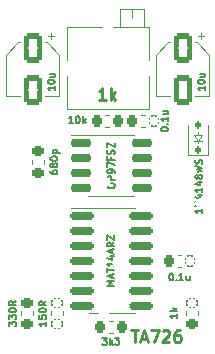
<source format=gbr>
%TF.GenerationSoftware,KiCad,Pcbnew,(7.0.0-rc2-224-g3ecd6ec186)*%
%TF.CreationDate,2023-02-20T11:58:51+01:00*%
%TF.ProjectId,TA726,54413732-362e-46b6-9963-61645f706362,rev?*%
%TF.SameCoordinates,Original*%
%TF.FileFunction,Legend,Top*%
%TF.FilePolarity,Positive*%
%FSLAX46Y46*%
G04 Gerber Fmt 4.6, Leading zero omitted, Abs format (unit mm)*
G04 Created by KiCad (PCBNEW (7.0.0-rc2-224-g3ecd6ec186)) date 2023-02-20 11:58:51*
%MOMM*%
%LPD*%
G01*
G04 APERTURE LIST*
G04 Aperture macros list*
%AMRoundRect*
0 Rectangle with rounded corners*
0 $1 Rounding radius*
0 $2 $3 $4 $5 $6 $7 $8 $9 X,Y pos of 4 corners*
0 Add a 4 corners polygon primitive as box body*
4,1,4,$2,$3,$4,$5,$6,$7,$8,$9,$2,$3,0*
0 Add four circle primitives for the rounded corners*
1,1,$1+$1,$2,$3*
1,1,$1+$1,$4,$5*
1,1,$1+$1,$6,$7*
1,1,$1+$1,$8,$9*
0 Add four rect primitives between the rounded corners*
20,1,$1+$1,$2,$3,$4,$5,0*
20,1,$1+$1,$4,$5,$6,$7,0*
20,1,$1+$1,$6,$7,$8,$9,0*
20,1,$1+$1,$8,$9,$2,$3,0*%
G04 Aperture macros list end*
%ADD10C,0.250000*%
%ADD11C,0.150000*%
%ADD12C,0.120000*%
%ADD13C,0.100000*%
%ADD14RoundRect,0.218750X-0.256250X0.218750X-0.256250X-0.218750X0.256250X-0.218750X0.256250X0.218750X0*%
%ADD15C,1.440000*%
%ADD16RoundRect,0.250000X-0.550000X1.050000X-0.550000X-1.050000X0.550000X-1.050000X0.550000X1.050000X0*%
%ADD17RoundRect,0.218750X0.256250X-0.218750X0.256250X0.218750X-0.256250X0.218750X-0.256250X-0.218750X0*%
%ADD18RoundRect,0.218750X-0.218750X-0.256250X0.218750X-0.256250X0.218750X0.256250X-0.218750X0.256250X0*%
%ADD19RoundRect,0.218750X0.218750X0.256250X-0.218750X0.256250X-0.218750X-0.256250X0.218750X-0.256250X0*%
%ADD20RoundRect,0.150000X-0.725000X-0.150000X0.725000X-0.150000X0.725000X0.150000X-0.725000X0.150000X0*%
%ADD21RoundRect,0.150000X-0.825000X-0.150000X0.825000X-0.150000X0.825000X0.150000X-0.825000X0.150000X0*%
%ADD22RoundRect,0.112500X0.112500X-0.187500X0.112500X0.187500X-0.112500X0.187500X-0.112500X-0.187500X0*%
%ADD23C,0.800000*%
G04 APERTURE END LIST*
D10*
X213307143Y-104082380D02*
X213878571Y-104082380D01*
X213592857Y-105082380D02*
X213592857Y-104082380D01*
X214164286Y-104796666D02*
X214640476Y-104796666D01*
X214069048Y-105082380D02*
X214402381Y-104082380D01*
X214402381Y-104082380D02*
X214735714Y-105082380D01*
X214973810Y-104082380D02*
X215640476Y-104082380D01*
X215640476Y-104082380D02*
X215211905Y-105082380D01*
X215973810Y-104177619D02*
X216021429Y-104130000D01*
X216021429Y-104130000D02*
X216116667Y-104082380D01*
X216116667Y-104082380D02*
X216354762Y-104082380D01*
X216354762Y-104082380D02*
X216450000Y-104130000D01*
X216450000Y-104130000D02*
X216497619Y-104177619D01*
X216497619Y-104177619D02*
X216545238Y-104272857D01*
X216545238Y-104272857D02*
X216545238Y-104368095D01*
X216545238Y-104368095D02*
X216497619Y-104510952D01*
X216497619Y-104510952D02*
X215926191Y-105082380D01*
X215926191Y-105082380D02*
X216545238Y-105082380D01*
X217402381Y-104082380D02*
X217211905Y-104082380D01*
X217211905Y-104082380D02*
X217116667Y-104130000D01*
X217116667Y-104130000D02*
X217069048Y-104177619D01*
X217069048Y-104177619D02*
X216973810Y-104320476D01*
X216973810Y-104320476D02*
X216926191Y-104510952D01*
X216926191Y-104510952D02*
X216926191Y-104891904D01*
X216926191Y-104891904D02*
X216973810Y-104987142D01*
X216973810Y-104987142D02*
X217021429Y-105034761D01*
X217021429Y-105034761D02*
X217116667Y-105082380D01*
X217116667Y-105082380D02*
X217307143Y-105082380D01*
X217307143Y-105082380D02*
X217402381Y-105034761D01*
X217402381Y-105034761D02*
X217450000Y-104987142D01*
X217450000Y-104987142D02*
X217497619Y-104891904D01*
X217497619Y-104891904D02*
X217497619Y-104653809D01*
X217497619Y-104653809D02*
X217450000Y-104558571D01*
X217450000Y-104558571D02*
X217402381Y-104510952D01*
X217402381Y-104510952D02*
X217307143Y-104463333D01*
X217307143Y-104463333D02*
X217116667Y-104463333D01*
X217116667Y-104463333D02*
X217021429Y-104510952D01*
X217021429Y-104510952D02*
X216973810Y-104558571D01*
X216973810Y-104558571D02*
X216926191Y-104653809D01*
D11*
%TO.C,R2*%
X202947428Y-103712828D02*
X202947428Y-103341400D01*
X202947428Y-103341400D02*
X203176000Y-103541400D01*
X203176000Y-103541400D02*
X203176000Y-103455685D01*
X203176000Y-103455685D02*
X203204571Y-103398543D01*
X203204571Y-103398543D02*
X203233142Y-103369971D01*
X203233142Y-103369971D02*
X203290285Y-103341400D01*
X203290285Y-103341400D02*
X203433142Y-103341400D01*
X203433142Y-103341400D02*
X203490285Y-103369971D01*
X203490285Y-103369971D02*
X203518857Y-103398543D01*
X203518857Y-103398543D02*
X203547428Y-103455685D01*
X203547428Y-103455685D02*
X203547428Y-103627114D01*
X203547428Y-103627114D02*
X203518857Y-103684257D01*
X203518857Y-103684257D02*
X203490285Y-103712828D01*
X202947428Y-103141399D02*
X202947428Y-102769971D01*
X202947428Y-102769971D02*
X203176000Y-102969971D01*
X203176000Y-102969971D02*
X203176000Y-102884256D01*
X203176000Y-102884256D02*
X203204571Y-102827114D01*
X203204571Y-102827114D02*
X203233142Y-102798542D01*
X203233142Y-102798542D02*
X203290285Y-102769971D01*
X203290285Y-102769971D02*
X203433142Y-102769971D01*
X203433142Y-102769971D02*
X203490285Y-102798542D01*
X203490285Y-102798542D02*
X203518857Y-102827114D01*
X203518857Y-102827114D02*
X203547428Y-102884256D01*
X203547428Y-102884256D02*
X203547428Y-103055685D01*
X203547428Y-103055685D02*
X203518857Y-103112828D01*
X203518857Y-103112828D02*
X203490285Y-103141399D01*
X202947428Y-102398542D02*
X202947428Y-102341399D01*
X202947428Y-102341399D02*
X202976000Y-102284256D01*
X202976000Y-102284256D02*
X203004571Y-102255685D01*
X203004571Y-102255685D02*
X203061714Y-102227113D01*
X203061714Y-102227113D02*
X203176000Y-102198542D01*
X203176000Y-102198542D02*
X203318857Y-102198542D01*
X203318857Y-102198542D02*
X203433142Y-102227113D01*
X203433142Y-102227113D02*
X203490285Y-102255685D01*
X203490285Y-102255685D02*
X203518857Y-102284256D01*
X203518857Y-102284256D02*
X203547428Y-102341399D01*
X203547428Y-102341399D02*
X203547428Y-102398542D01*
X203547428Y-102398542D02*
X203518857Y-102455685D01*
X203518857Y-102455685D02*
X203490285Y-102484256D01*
X203490285Y-102484256D02*
X203433142Y-102512827D01*
X203433142Y-102512827D02*
X203318857Y-102541399D01*
X203318857Y-102541399D02*
X203176000Y-102541399D01*
X203176000Y-102541399D02*
X203061714Y-102512827D01*
X203061714Y-102512827D02*
X203004571Y-102484256D01*
X203004571Y-102484256D02*
X202976000Y-102455685D01*
X202976000Y-102455685D02*
X202947428Y-102398542D01*
X203547428Y-101598541D02*
X203261714Y-101798541D01*
X203547428Y-101941398D02*
X202947428Y-101941398D01*
X202947428Y-101941398D02*
X202947428Y-101712827D01*
X202947428Y-101712827D02*
X202976000Y-101655684D01*
X202976000Y-101655684D02*
X203004571Y-101627113D01*
X203004571Y-101627113D02*
X203061714Y-101598541D01*
X203061714Y-101598541D02*
X203147428Y-101598541D01*
X203147428Y-101598541D02*
X203204571Y-101627113D01*
X203204571Y-101627113D02*
X203233142Y-101655684D01*
X203233142Y-101655684D02*
X203261714Y-101712827D01*
X203261714Y-101712827D02*
X203261714Y-101941398D01*
%TO.C,R5*%
X217205028Y-102712828D02*
X217205028Y-103055685D01*
X217205028Y-102884256D02*
X216605028Y-102884256D01*
X216605028Y-102884256D02*
X216690742Y-102941399D01*
X216690742Y-102941399D02*
X216747885Y-102998542D01*
X216747885Y-102998542D02*
X216776457Y-103055685D01*
X217205028Y-102455684D02*
X216605028Y-102455684D01*
X216976457Y-102398542D02*
X217205028Y-102227113D01*
X216805028Y-102227113D02*
X217033600Y-102455684D01*
D10*
%TO.C,RV1*%
X211130952Y-84567380D02*
X210559524Y-84567380D01*
X210845238Y-84567380D02*
X210845238Y-83567380D01*
X210845238Y-83567380D02*
X210750000Y-83710238D01*
X210750000Y-83710238D02*
X210654762Y-83805476D01*
X210654762Y-83805476D02*
X210559524Y-83853095D01*
X211559524Y-84567380D02*
X211559524Y-83567380D01*
X211654762Y-84186428D02*
X211940476Y-84567380D01*
X211940476Y-83900714D02*
X211559524Y-84281666D01*
D11*
%TO.C,C13*%
X219520428Y-83435714D02*
X219520428Y-83778571D01*
X219520428Y-83607142D02*
X218920428Y-83607142D01*
X218920428Y-83607142D02*
X219006142Y-83664285D01*
X219006142Y-83664285D02*
X219063285Y-83721428D01*
X219063285Y-83721428D02*
X219091857Y-83778571D01*
X218920428Y-83064285D02*
X218920428Y-83007142D01*
X218920428Y-83007142D02*
X218949000Y-82949999D01*
X218949000Y-82949999D02*
X218977571Y-82921428D01*
X218977571Y-82921428D02*
X219034714Y-82892856D01*
X219034714Y-82892856D02*
X219149000Y-82864285D01*
X219149000Y-82864285D02*
X219291857Y-82864285D01*
X219291857Y-82864285D02*
X219406142Y-82892856D01*
X219406142Y-82892856D02*
X219463285Y-82921428D01*
X219463285Y-82921428D02*
X219491857Y-82949999D01*
X219491857Y-82949999D02*
X219520428Y-83007142D01*
X219520428Y-83007142D02*
X219520428Y-83064285D01*
X219520428Y-83064285D02*
X219491857Y-83121428D01*
X219491857Y-83121428D02*
X219463285Y-83149999D01*
X219463285Y-83149999D02*
X219406142Y-83178570D01*
X219406142Y-83178570D02*
X219291857Y-83207142D01*
X219291857Y-83207142D02*
X219149000Y-83207142D01*
X219149000Y-83207142D02*
X219034714Y-83178570D01*
X219034714Y-83178570D02*
X218977571Y-83149999D01*
X218977571Y-83149999D02*
X218949000Y-83121428D01*
X218949000Y-83121428D02*
X218920428Y-83064285D01*
X219120428Y-82349999D02*
X219520428Y-82349999D01*
X219120428Y-82607141D02*
X219434714Y-82607141D01*
X219434714Y-82607141D02*
X219491857Y-82578570D01*
X219491857Y-82578570D02*
X219520428Y-82521427D01*
X219520428Y-82521427D02*
X219520428Y-82435713D01*
X219520428Y-82435713D02*
X219491857Y-82378570D01*
X219491857Y-82378570D02*
X219463285Y-82349999D01*
%TO.C,C1*%
X206460228Y-90568372D02*
X206460228Y-90682657D01*
X206460228Y-90682657D02*
X206488800Y-90739800D01*
X206488800Y-90739800D02*
X206517371Y-90768372D01*
X206517371Y-90768372D02*
X206603085Y-90825514D01*
X206603085Y-90825514D02*
X206717371Y-90854086D01*
X206717371Y-90854086D02*
X206945942Y-90854086D01*
X206945942Y-90854086D02*
X207003085Y-90825514D01*
X207003085Y-90825514D02*
X207031657Y-90796943D01*
X207031657Y-90796943D02*
X207060228Y-90739800D01*
X207060228Y-90739800D02*
X207060228Y-90625514D01*
X207060228Y-90625514D02*
X207031657Y-90568372D01*
X207031657Y-90568372D02*
X207003085Y-90539800D01*
X207003085Y-90539800D02*
X206945942Y-90511229D01*
X206945942Y-90511229D02*
X206803085Y-90511229D01*
X206803085Y-90511229D02*
X206745942Y-90539800D01*
X206745942Y-90539800D02*
X206717371Y-90568372D01*
X206717371Y-90568372D02*
X206688800Y-90625514D01*
X206688800Y-90625514D02*
X206688800Y-90739800D01*
X206688800Y-90739800D02*
X206717371Y-90796943D01*
X206717371Y-90796943D02*
X206745942Y-90825514D01*
X206745942Y-90825514D02*
X206803085Y-90854086D01*
X206717371Y-90168371D02*
X206688800Y-90225514D01*
X206688800Y-90225514D02*
X206660228Y-90254085D01*
X206660228Y-90254085D02*
X206603085Y-90282657D01*
X206603085Y-90282657D02*
X206574514Y-90282657D01*
X206574514Y-90282657D02*
X206517371Y-90254085D01*
X206517371Y-90254085D02*
X206488800Y-90225514D01*
X206488800Y-90225514D02*
X206460228Y-90168371D01*
X206460228Y-90168371D02*
X206460228Y-90054085D01*
X206460228Y-90054085D02*
X206488800Y-89996943D01*
X206488800Y-89996943D02*
X206517371Y-89968371D01*
X206517371Y-89968371D02*
X206574514Y-89939800D01*
X206574514Y-89939800D02*
X206603085Y-89939800D01*
X206603085Y-89939800D02*
X206660228Y-89968371D01*
X206660228Y-89968371D02*
X206688800Y-89996943D01*
X206688800Y-89996943D02*
X206717371Y-90054085D01*
X206717371Y-90054085D02*
X206717371Y-90168371D01*
X206717371Y-90168371D02*
X206745942Y-90225514D01*
X206745942Y-90225514D02*
X206774514Y-90254085D01*
X206774514Y-90254085D02*
X206831657Y-90282657D01*
X206831657Y-90282657D02*
X206945942Y-90282657D01*
X206945942Y-90282657D02*
X207003085Y-90254085D01*
X207003085Y-90254085D02*
X207031657Y-90225514D01*
X207031657Y-90225514D02*
X207060228Y-90168371D01*
X207060228Y-90168371D02*
X207060228Y-90054085D01*
X207060228Y-90054085D02*
X207031657Y-89996943D01*
X207031657Y-89996943D02*
X207003085Y-89968371D01*
X207003085Y-89968371D02*
X206945942Y-89939800D01*
X206945942Y-89939800D02*
X206831657Y-89939800D01*
X206831657Y-89939800D02*
X206774514Y-89968371D01*
X206774514Y-89968371D02*
X206745942Y-89996943D01*
X206745942Y-89996943D02*
X206717371Y-90054085D01*
X206460228Y-89568371D02*
X206460228Y-89511228D01*
X206460228Y-89511228D02*
X206488800Y-89454085D01*
X206488800Y-89454085D02*
X206517371Y-89425514D01*
X206517371Y-89425514D02*
X206574514Y-89396942D01*
X206574514Y-89396942D02*
X206688800Y-89368371D01*
X206688800Y-89368371D02*
X206831657Y-89368371D01*
X206831657Y-89368371D02*
X206945942Y-89396942D01*
X206945942Y-89396942D02*
X207003085Y-89425514D01*
X207003085Y-89425514D02*
X207031657Y-89454085D01*
X207031657Y-89454085D02*
X207060228Y-89511228D01*
X207060228Y-89511228D02*
X207060228Y-89568371D01*
X207060228Y-89568371D02*
X207031657Y-89625514D01*
X207031657Y-89625514D02*
X207003085Y-89654085D01*
X207003085Y-89654085D02*
X206945942Y-89682656D01*
X206945942Y-89682656D02*
X206831657Y-89711228D01*
X206831657Y-89711228D02*
X206688800Y-89711228D01*
X206688800Y-89711228D02*
X206574514Y-89682656D01*
X206574514Y-89682656D02*
X206517371Y-89654085D01*
X206517371Y-89654085D02*
X206488800Y-89625514D01*
X206488800Y-89625514D02*
X206460228Y-89568371D01*
X206660228Y-89111227D02*
X207260228Y-89111227D01*
X206688800Y-89111227D02*
X206660228Y-89054085D01*
X206660228Y-89054085D02*
X206660228Y-88939799D01*
X206660228Y-88939799D02*
X206688800Y-88882656D01*
X206688800Y-88882656D02*
X206717371Y-88854085D01*
X206717371Y-88854085D02*
X206774514Y-88825513D01*
X206774514Y-88825513D02*
X206945942Y-88825513D01*
X206945942Y-88825513D02*
X207003085Y-88854085D01*
X207003085Y-88854085D02*
X207031657Y-88882656D01*
X207031657Y-88882656D02*
X207060228Y-88939799D01*
X207060228Y-88939799D02*
X207060228Y-89054085D01*
X207060228Y-89054085D02*
X207031657Y-89111227D01*
%TO.C,C2*%
X216671428Y-99250428D02*
X216728571Y-99250428D01*
X216728571Y-99250428D02*
X216785714Y-99279000D01*
X216785714Y-99279000D02*
X216814286Y-99307571D01*
X216814286Y-99307571D02*
X216842857Y-99364714D01*
X216842857Y-99364714D02*
X216871428Y-99479000D01*
X216871428Y-99479000D02*
X216871428Y-99621857D01*
X216871428Y-99621857D02*
X216842857Y-99736142D01*
X216842857Y-99736142D02*
X216814286Y-99793285D01*
X216814286Y-99793285D02*
X216785714Y-99821857D01*
X216785714Y-99821857D02*
X216728571Y-99850428D01*
X216728571Y-99850428D02*
X216671428Y-99850428D01*
X216671428Y-99850428D02*
X216614286Y-99821857D01*
X216614286Y-99821857D02*
X216585714Y-99793285D01*
X216585714Y-99793285D02*
X216557143Y-99736142D01*
X216557143Y-99736142D02*
X216528571Y-99621857D01*
X216528571Y-99621857D02*
X216528571Y-99479000D01*
X216528571Y-99479000D02*
X216557143Y-99364714D01*
X216557143Y-99364714D02*
X216585714Y-99307571D01*
X216585714Y-99307571D02*
X216614286Y-99279000D01*
X216614286Y-99279000D02*
X216671428Y-99250428D01*
X217128572Y-99793285D02*
X217157143Y-99821857D01*
X217157143Y-99821857D02*
X217128572Y-99850428D01*
X217128572Y-99850428D02*
X217100000Y-99821857D01*
X217100000Y-99821857D02*
X217128572Y-99793285D01*
X217128572Y-99793285D02*
X217128572Y-99850428D01*
X217728571Y-99850428D02*
X217385714Y-99850428D01*
X217557143Y-99850428D02*
X217557143Y-99250428D01*
X217557143Y-99250428D02*
X217500000Y-99336142D01*
X217500000Y-99336142D02*
X217442857Y-99393285D01*
X217442857Y-99393285D02*
X217385714Y-99421857D01*
X218242858Y-99450428D02*
X218242858Y-99850428D01*
X217985715Y-99450428D02*
X217985715Y-99764714D01*
X217985715Y-99764714D02*
X218014286Y-99821857D01*
X218014286Y-99821857D02*
X218071429Y-99850428D01*
X218071429Y-99850428D02*
X218157143Y-99850428D01*
X218157143Y-99850428D02*
X218214286Y-99821857D01*
X218214286Y-99821857D02*
X218242858Y-99793285D01*
%TO.C,C12*%
X206820428Y-83435714D02*
X206820428Y-83778571D01*
X206820428Y-83607142D02*
X206220428Y-83607142D01*
X206220428Y-83607142D02*
X206306142Y-83664285D01*
X206306142Y-83664285D02*
X206363285Y-83721428D01*
X206363285Y-83721428D02*
X206391857Y-83778571D01*
X206220428Y-83064285D02*
X206220428Y-83007142D01*
X206220428Y-83007142D02*
X206249000Y-82949999D01*
X206249000Y-82949999D02*
X206277571Y-82921428D01*
X206277571Y-82921428D02*
X206334714Y-82892856D01*
X206334714Y-82892856D02*
X206449000Y-82864285D01*
X206449000Y-82864285D02*
X206591857Y-82864285D01*
X206591857Y-82864285D02*
X206706142Y-82892856D01*
X206706142Y-82892856D02*
X206763285Y-82921428D01*
X206763285Y-82921428D02*
X206791857Y-82949999D01*
X206791857Y-82949999D02*
X206820428Y-83007142D01*
X206820428Y-83007142D02*
X206820428Y-83064285D01*
X206820428Y-83064285D02*
X206791857Y-83121428D01*
X206791857Y-83121428D02*
X206763285Y-83149999D01*
X206763285Y-83149999D02*
X206706142Y-83178570D01*
X206706142Y-83178570D02*
X206591857Y-83207142D01*
X206591857Y-83207142D02*
X206449000Y-83207142D01*
X206449000Y-83207142D02*
X206334714Y-83178570D01*
X206334714Y-83178570D02*
X206277571Y-83149999D01*
X206277571Y-83149999D02*
X206249000Y-83121428D01*
X206249000Y-83121428D02*
X206220428Y-83064285D01*
X206420428Y-82349999D02*
X206820428Y-82349999D01*
X206420428Y-82607141D02*
X206734714Y-82607141D01*
X206734714Y-82607141D02*
X206791857Y-82578570D01*
X206791857Y-82578570D02*
X206820428Y-82521427D01*
X206820428Y-82521427D02*
X206820428Y-82435713D01*
X206820428Y-82435713D02*
X206791857Y-82378570D01*
X206791857Y-82378570D02*
X206763285Y-82349999D01*
%TO.C,R4*%
X210871428Y-104703028D02*
X211242856Y-104703028D01*
X211242856Y-104703028D02*
X211042856Y-104931600D01*
X211042856Y-104931600D02*
X211128571Y-104931600D01*
X211128571Y-104931600D02*
X211185714Y-104960171D01*
X211185714Y-104960171D02*
X211214285Y-104988742D01*
X211214285Y-104988742D02*
X211242856Y-105045885D01*
X211242856Y-105045885D02*
X211242856Y-105188742D01*
X211242856Y-105188742D02*
X211214285Y-105245885D01*
X211214285Y-105245885D02*
X211185714Y-105274457D01*
X211185714Y-105274457D02*
X211128571Y-105303028D01*
X211128571Y-105303028D02*
X210957142Y-105303028D01*
X210957142Y-105303028D02*
X210899999Y-105274457D01*
X210899999Y-105274457D02*
X210871428Y-105245885D01*
X211500000Y-105303028D02*
X211500000Y-104703028D01*
X211557143Y-105074457D02*
X211728571Y-105303028D01*
X211728571Y-104903028D02*
X211500000Y-105131600D01*
X211928571Y-104703028D02*
X212299999Y-104703028D01*
X212299999Y-104703028D02*
X212099999Y-104931600D01*
X212099999Y-104931600D02*
X212185714Y-104931600D01*
X212185714Y-104931600D02*
X212242857Y-104960171D01*
X212242857Y-104960171D02*
X212271428Y-104988742D01*
X212271428Y-104988742D02*
X212299999Y-105045885D01*
X212299999Y-105045885D02*
X212299999Y-105188742D01*
X212299999Y-105188742D02*
X212271428Y-105245885D01*
X212271428Y-105245885D02*
X212242857Y-105274457D01*
X212242857Y-105274457D02*
X212185714Y-105303028D01*
X212185714Y-105303028D02*
X212014285Y-105303028D01*
X212014285Y-105303028D02*
X211957142Y-105274457D01*
X211957142Y-105274457D02*
X211928571Y-105245885D01*
%TO.C,C3*%
X215820428Y-87078571D02*
X215820428Y-87021428D01*
X215820428Y-87021428D02*
X215849000Y-86964285D01*
X215849000Y-86964285D02*
X215877571Y-86935714D01*
X215877571Y-86935714D02*
X215934714Y-86907142D01*
X215934714Y-86907142D02*
X216049000Y-86878571D01*
X216049000Y-86878571D02*
X216191857Y-86878571D01*
X216191857Y-86878571D02*
X216306142Y-86907142D01*
X216306142Y-86907142D02*
X216363285Y-86935714D01*
X216363285Y-86935714D02*
X216391857Y-86964285D01*
X216391857Y-86964285D02*
X216420428Y-87021428D01*
X216420428Y-87021428D02*
X216420428Y-87078571D01*
X216420428Y-87078571D02*
X216391857Y-87135714D01*
X216391857Y-87135714D02*
X216363285Y-87164285D01*
X216363285Y-87164285D02*
X216306142Y-87192856D01*
X216306142Y-87192856D02*
X216191857Y-87221428D01*
X216191857Y-87221428D02*
X216049000Y-87221428D01*
X216049000Y-87221428D02*
X215934714Y-87192856D01*
X215934714Y-87192856D02*
X215877571Y-87164285D01*
X215877571Y-87164285D02*
X215849000Y-87135714D01*
X215849000Y-87135714D02*
X215820428Y-87078571D01*
X216363285Y-86621427D02*
X216391857Y-86592856D01*
X216391857Y-86592856D02*
X216420428Y-86621427D01*
X216420428Y-86621427D02*
X216391857Y-86649999D01*
X216391857Y-86649999D02*
X216363285Y-86621427D01*
X216363285Y-86621427D02*
X216420428Y-86621427D01*
X216420428Y-86021428D02*
X216420428Y-86364285D01*
X216420428Y-86192856D02*
X215820428Y-86192856D01*
X215820428Y-86192856D02*
X215906142Y-86249999D01*
X215906142Y-86249999D02*
X215963285Y-86307142D01*
X215963285Y-86307142D02*
X215991857Y-86364285D01*
X216020428Y-85507142D02*
X216420428Y-85507142D01*
X216020428Y-85764284D02*
X216334714Y-85764284D01*
X216334714Y-85764284D02*
X216391857Y-85735713D01*
X216391857Y-85735713D02*
X216420428Y-85678570D01*
X216420428Y-85678570D02*
X216420428Y-85592856D01*
X216420428Y-85592856D02*
X216391857Y-85535713D01*
X216391857Y-85535713D02*
X216363285Y-85507142D01*
%TO.C,R1*%
X208380056Y-86555028D02*
X208037199Y-86555028D01*
X208208628Y-86555028D02*
X208208628Y-85955028D01*
X208208628Y-85955028D02*
X208151485Y-86040742D01*
X208151485Y-86040742D02*
X208094342Y-86097885D01*
X208094342Y-86097885D02*
X208037199Y-86126457D01*
X208751485Y-85955028D02*
X208808628Y-85955028D01*
X208808628Y-85955028D02*
X208865771Y-85983600D01*
X208865771Y-85983600D02*
X208894343Y-86012171D01*
X208894343Y-86012171D02*
X208922914Y-86069314D01*
X208922914Y-86069314D02*
X208951485Y-86183600D01*
X208951485Y-86183600D02*
X208951485Y-86326457D01*
X208951485Y-86326457D02*
X208922914Y-86440742D01*
X208922914Y-86440742D02*
X208894343Y-86497885D01*
X208894343Y-86497885D02*
X208865771Y-86526457D01*
X208865771Y-86526457D02*
X208808628Y-86555028D01*
X208808628Y-86555028D02*
X208751485Y-86555028D01*
X208751485Y-86555028D02*
X208694343Y-86526457D01*
X208694343Y-86526457D02*
X208665771Y-86497885D01*
X208665771Y-86497885D02*
X208637200Y-86440742D01*
X208637200Y-86440742D02*
X208608628Y-86326457D01*
X208608628Y-86326457D02*
X208608628Y-86183600D01*
X208608628Y-86183600D02*
X208637200Y-86069314D01*
X208637200Y-86069314D02*
X208665771Y-86012171D01*
X208665771Y-86012171D02*
X208694343Y-85983600D01*
X208694343Y-85983600D02*
X208751485Y-85955028D01*
X209208629Y-86555028D02*
X209208629Y-85955028D01*
X209265772Y-86326457D02*
X209437200Y-86555028D01*
X209437200Y-86155028D02*
X209208629Y-86383600D01*
%TO.C,U2*%
X211295428Y-91892143D02*
X211295428Y-91777857D01*
X211295428Y-91777857D02*
X211324000Y-91720714D01*
X211324000Y-91720714D02*
X211381142Y-91663571D01*
X211381142Y-91663571D02*
X211495428Y-91635000D01*
X211495428Y-91635000D02*
X211695428Y-91635000D01*
X211695428Y-91635000D02*
X211809714Y-91663571D01*
X211809714Y-91663571D02*
X211866857Y-91720714D01*
X211866857Y-91720714D02*
X211895428Y-91777857D01*
X211895428Y-91777857D02*
X211895428Y-91892143D01*
X211895428Y-91892143D02*
X211866857Y-91949286D01*
X211866857Y-91949286D02*
X211809714Y-92006428D01*
X211809714Y-92006428D02*
X211695428Y-92035000D01*
X211695428Y-92035000D02*
X211495428Y-92035000D01*
X211495428Y-92035000D02*
X211381142Y-92006428D01*
X211381142Y-92006428D02*
X211324000Y-91949286D01*
X211324000Y-91949286D02*
X211295428Y-91892143D01*
X211895428Y-91377857D02*
X211295428Y-91377857D01*
X211295428Y-91377857D02*
X211295428Y-91149286D01*
X211295428Y-91149286D02*
X211324000Y-91092143D01*
X211324000Y-91092143D02*
X211352571Y-91063572D01*
X211352571Y-91063572D02*
X211409714Y-91035000D01*
X211409714Y-91035000D02*
X211495428Y-91035000D01*
X211495428Y-91035000D02*
X211552571Y-91063572D01*
X211552571Y-91063572D02*
X211581142Y-91092143D01*
X211581142Y-91092143D02*
X211609714Y-91149286D01*
X211609714Y-91149286D02*
X211609714Y-91377857D01*
X211895428Y-90749286D02*
X211895428Y-90635000D01*
X211895428Y-90635000D02*
X211866857Y-90577857D01*
X211866857Y-90577857D02*
X211838285Y-90549286D01*
X211838285Y-90549286D02*
X211752571Y-90492143D01*
X211752571Y-90492143D02*
X211638285Y-90463572D01*
X211638285Y-90463572D02*
X211409714Y-90463572D01*
X211409714Y-90463572D02*
X211352571Y-90492143D01*
X211352571Y-90492143D02*
X211324000Y-90520715D01*
X211324000Y-90520715D02*
X211295428Y-90577857D01*
X211295428Y-90577857D02*
X211295428Y-90692143D01*
X211295428Y-90692143D02*
X211324000Y-90749286D01*
X211324000Y-90749286D02*
X211352571Y-90777857D01*
X211352571Y-90777857D02*
X211409714Y-90806429D01*
X211409714Y-90806429D02*
X211552571Y-90806429D01*
X211552571Y-90806429D02*
X211609714Y-90777857D01*
X211609714Y-90777857D02*
X211638285Y-90749286D01*
X211638285Y-90749286D02*
X211666857Y-90692143D01*
X211666857Y-90692143D02*
X211666857Y-90577857D01*
X211666857Y-90577857D02*
X211638285Y-90520715D01*
X211638285Y-90520715D02*
X211609714Y-90492143D01*
X211609714Y-90492143D02*
X211552571Y-90463572D01*
X211295428Y-90263571D02*
X211295428Y-89863571D01*
X211295428Y-89863571D02*
X211895428Y-90120714D01*
X211581142Y-89434999D02*
X211581142Y-89634999D01*
X211895428Y-89634999D02*
X211295428Y-89634999D01*
X211295428Y-89634999D02*
X211295428Y-89349285D01*
X211866857Y-89149285D02*
X211895428Y-89063571D01*
X211895428Y-89063571D02*
X211895428Y-88920713D01*
X211895428Y-88920713D02*
X211866857Y-88863571D01*
X211866857Y-88863571D02*
X211838285Y-88834999D01*
X211838285Y-88834999D02*
X211781142Y-88806428D01*
X211781142Y-88806428D02*
X211724000Y-88806428D01*
X211724000Y-88806428D02*
X211666857Y-88834999D01*
X211666857Y-88834999D02*
X211638285Y-88863571D01*
X211638285Y-88863571D02*
X211609714Y-88920713D01*
X211609714Y-88920713D02*
X211581142Y-89034999D01*
X211581142Y-89034999D02*
X211552571Y-89092142D01*
X211552571Y-89092142D02*
X211524000Y-89120713D01*
X211524000Y-89120713D02*
X211466857Y-89149285D01*
X211466857Y-89149285D02*
X211409714Y-89149285D01*
X211409714Y-89149285D02*
X211352571Y-89120713D01*
X211352571Y-89120713D02*
X211324000Y-89092142D01*
X211324000Y-89092142D02*
X211295428Y-89034999D01*
X211295428Y-89034999D02*
X211295428Y-88892142D01*
X211295428Y-88892142D02*
X211324000Y-88806428D01*
X211295428Y-88606427D02*
X211295428Y-88206427D01*
X211295428Y-88206427D02*
X211895428Y-88606427D01*
X211895428Y-88606427D02*
X211895428Y-88206427D01*
%TO.C,R3*%
X206087428Y-103366800D02*
X206087428Y-103709657D01*
X206087428Y-103538228D02*
X205487428Y-103538228D01*
X205487428Y-103538228D02*
X205573142Y-103595371D01*
X205573142Y-103595371D02*
X205630285Y-103652514D01*
X205630285Y-103652514D02*
X205658857Y-103709657D01*
X205487428Y-102823942D02*
X205487428Y-103109656D01*
X205487428Y-103109656D02*
X205773142Y-103138228D01*
X205773142Y-103138228D02*
X205744571Y-103109656D01*
X205744571Y-103109656D02*
X205716000Y-103052514D01*
X205716000Y-103052514D02*
X205716000Y-102909656D01*
X205716000Y-102909656D02*
X205744571Y-102852514D01*
X205744571Y-102852514D02*
X205773142Y-102823942D01*
X205773142Y-102823942D02*
X205830285Y-102795371D01*
X205830285Y-102795371D02*
X205973142Y-102795371D01*
X205973142Y-102795371D02*
X206030285Y-102823942D01*
X206030285Y-102823942D02*
X206058857Y-102852514D01*
X206058857Y-102852514D02*
X206087428Y-102909656D01*
X206087428Y-102909656D02*
X206087428Y-103052514D01*
X206087428Y-103052514D02*
X206058857Y-103109656D01*
X206058857Y-103109656D02*
X206030285Y-103138228D01*
X205487428Y-102423942D02*
X205487428Y-102366799D01*
X205487428Y-102366799D02*
X205516000Y-102309656D01*
X205516000Y-102309656D02*
X205544571Y-102281085D01*
X205544571Y-102281085D02*
X205601714Y-102252513D01*
X205601714Y-102252513D02*
X205716000Y-102223942D01*
X205716000Y-102223942D02*
X205858857Y-102223942D01*
X205858857Y-102223942D02*
X205973142Y-102252513D01*
X205973142Y-102252513D02*
X206030285Y-102281085D01*
X206030285Y-102281085D02*
X206058857Y-102309656D01*
X206058857Y-102309656D02*
X206087428Y-102366799D01*
X206087428Y-102366799D02*
X206087428Y-102423942D01*
X206087428Y-102423942D02*
X206058857Y-102481085D01*
X206058857Y-102481085D02*
X206030285Y-102509656D01*
X206030285Y-102509656D02*
X205973142Y-102538227D01*
X205973142Y-102538227D02*
X205858857Y-102566799D01*
X205858857Y-102566799D02*
X205716000Y-102566799D01*
X205716000Y-102566799D02*
X205601714Y-102538227D01*
X205601714Y-102538227D02*
X205544571Y-102509656D01*
X205544571Y-102509656D02*
X205516000Y-102481085D01*
X205516000Y-102481085D02*
X205487428Y-102423942D01*
X206087428Y-101623941D02*
X205801714Y-101823941D01*
X206087428Y-101966798D02*
X205487428Y-101966798D01*
X205487428Y-101966798D02*
X205487428Y-101738227D01*
X205487428Y-101738227D02*
X205516000Y-101681084D01*
X205516000Y-101681084D02*
X205544571Y-101652513D01*
X205544571Y-101652513D02*
X205601714Y-101623941D01*
X205601714Y-101623941D02*
X205687428Y-101623941D01*
X205687428Y-101623941D02*
X205744571Y-101652513D01*
X205744571Y-101652513D02*
X205773142Y-101681084D01*
X205773142Y-101681084D02*
X205801714Y-101738227D01*
X205801714Y-101738227D02*
X205801714Y-101966798D01*
%TO.C,U1*%
X211870428Y-100300000D02*
X211270428Y-100300000D01*
X211270428Y-100300000D02*
X211699000Y-100100000D01*
X211699000Y-100100000D02*
X211270428Y-99900000D01*
X211270428Y-99900000D02*
X211870428Y-99900000D01*
X211699000Y-99642858D02*
X211699000Y-99357144D01*
X211870428Y-99700001D02*
X211270428Y-99500001D01*
X211270428Y-99500001D02*
X211870428Y-99300001D01*
X211270428Y-99185715D02*
X211270428Y-98842858D01*
X211870428Y-99014286D02*
X211270428Y-99014286D01*
X211870428Y-98328572D02*
X211870428Y-98671429D01*
X211870428Y-98500000D02*
X211270428Y-98500000D01*
X211270428Y-98500000D02*
X211356142Y-98557143D01*
X211356142Y-98557143D02*
X211413285Y-98614286D01*
X211413285Y-98614286D02*
X211441857Y-98671429D01*
X211470428Y-97814286D02*
X211870428Y-97814286D01*
X211241857Y-97957143D02*
X211670428Y-98100000D01*
X211670428Y-98100000D02*
X211670428Y-97728571D01*
X211699000Y-97528571D02*
X211699000Y-97242857D01*
X211870428Y-97585714D02*
X211270428Y-97385714D01*
X211270428Y-97385714D02*
X211870428Y-97185714D01*
X211870428Y-96642856D02*
X211584714Y-96842856D01*
X211870428Y-96985713D02*
X211270428Y-96985713D01*
X211270428Y-96985713D02*
X211270428Y-96757142D01*
X211270428Y-96757142D02*
X211299000Y-96699999D01*
X211299000Y-96699999D02*
X211327571Y-96671428D01*
X211327571Y-96671428D02*
X211384714Y-96642856D01*
X211384714Y-96642856D02*
X211470428Y-96642856D01*
X211470428Y-96642856D02*
X211527571Y-96671428D01*
X211527571Y-96671428D02*
X211556142Y-96699999D01*
X211556142Y-96699999D02*
X211584714Y-96757142D01*
X211584714Y-96757142D02*
X211584714Y-96985713D01*
X211270428Y-96442856D02*
X211270428Y-96042856D01*
X211270428Y-96042856D02*
X211870428Y-96442856D01*
X211870428Y-96442856D02*
X211870428Y-96042856D01*
%TO.C,D1*%
X219320428Y-93814286D02*
X219320428Y-94157143D01*
X219320428Y-93985714D02*
X218720428Y-93985714D01*
X218720428Y-93985714D02*
X218806142Y-94042857D01*
X218806142Y-94042857D02*
X218863285Y-94100000D01*
X218863285Y-94100000D02*
X218891857Y-94157143D01*
X219320428Y-93557142D02*
X218720428Y-93557142D01*
X218720428Y-93557142D02*
X219320428Y-93214285D01*
X219320428Y-93214285D02*
X218720428Y-93214285D01*
X218920428Y-92671429D02*
X219320428Y-92671429D01*
X218691857Y-92814286D02*
X219120428Y-92957143D01*
X219120428Y-92957143D02*
X219120428Y-92585714D01*
X219320428Y-92042857D02*
X219320428Y-92385714D01*
X219320428Y-92214285D02*
X218720428Y-92214285D01*
X218720428Y-92214285D02*
X218806142Y-92271428D01*
X218806142Y-92271428D02*
X218863285Y-92328571D01*
X218863285Y-92328571D02*
X218891857Y-92385714D01*
X218920428Y-91528571D02*
X219320428Y-91528571D01*
X218691857Y-91671428D02*
X219120428Y-91814285D01*
X219120428Y-91814285D02*
X219120428Y-91442856D01*
X218977571Y-91128570D02*
X218949000Y-91185713D01*
X218949000Y-91185713D02*
X218920428Y-91214284D01*
X218920428Y-91214284D02*
X218863285Y-91242856D01*
X218863285Y-91242856D02*
X218834714Y-91242856D01*
X218834714Y-91242856D02*
X218777571Y-91214284D01*
X218777571Y-91214284D02*
X218749000Y-91185713D01*
X218749000Y-91185713D02*
X218720428Y-91128570D01*
X218720428Y-91128570D02*
X218720428Y-91014284D01*
X218720428Y-91014284D02*
X218749000Y-90957142D01*
X218749000Y-90957142D02*
X218777571Y-90928570D01*
X218777571Y-90928570D02*
X218834714Y-90899999D01*
X218834714Y-90899999D02*
X218863285Y-90899999D01*
X218863285Y-90899999D02*
X218920428Y-90928570D01*
X218920428Y-90928570D02*
X218949000Y-90957142D01*
X218949000Y-90957142D02*
X218977571Y-91014284D01*
X218977571Y-91014284D02*
X218977571Y-91128570D01*
X218977571Y-91128570D02*
X219006142Y-91185713D01*
X219006142Y-91185713D02*
X219034714Y-91214284D01*
X219034714Y-91214284D02*
X219091857Y-91242856D01*
X219091857Y-91242856D02*
X219206142Y-91242856D01*
X219206142Y-91242856D02*
X219263285Y-91214284D01*
X219263285Y-91214284D02*
X219291857Y-91185713D01*
X219291857Y-91185713D02*
X219320428Y-91128570D01*
X219320428Y-91128570D02*
X219320428Y-91014284D01*
X219320428Y-91014284D02*
X219291857Y-90957142D01*
X219291857Y-90957142D02*
X219263285Y-90928570D01*
X219263285Y-90928570D02*
X219206142Y-90899999D01*
X219206142Y-90899999D02*
X219091857Y-90899999D01*
X219091857Y-90899999D02*
X219034714Y-90928570D01*
X219034714Y-90928570D02*
X219006142Y-90957142D01*
X219006142Y-90957142D02*
X218977571Y-91014284D01*
X218720428Y-90699998D02*
X219320428Y-90557141D01*
X219320428Y-90557141D02*
X218891857Y-90442855D01*
X218891857Y-90442855D02*
X219320428Y-90328570D01*
X219320428Y-90328570D02*
X218720428Y-90185713D01*
X219291857Y-89985713D02*
X219320428Y-89899999D01*
X219320428Y-89899999D02*
X219320428Y-89757141D01*
X219320428Y-89757141D02*
X219291857Y-89699999D01*
X219291857Y-89699999D02*
X219263285Y-89671427D01*
X219263285Y-89671427D02*
X219206142Y-89642856D01*
X219206142Y-89642856D02*
X219149000Y-89642856D01*
X219149000Y-89642856D02*
X219091857Y-89671427D01*
X219091857Y-89671427D02*
X219063285Y-89699999D01*
X219063285Y-89699999D02*
X219034714Y-89757141D01*
X219034714Y-89757141D02*
X219006142Y-89871427D01*
X219006142Y-89871427D02*
X218977571Y-89928570D01*
X218977571Y-89928570D02*
X218949000Y-89957141D01*
X218949000Y-89957141D02*
X218891857Y-89985713D01*
X218891857Y-89985713D02*
X218834714Y-89985713D01*
X218834714Y-89985713D02*
X218777571Y-89957141D01*
X218777571Y-89957141D02*
X218749000Y-89928570D01*
X218749000Y-89928570D02*
X218720428Y-89871427D01*
X218720428Y-89871427D02*
X218720428Y-89728570D01*
X218720428Y-89728570D02*
X218749000Y-89642856D01*
D12*
%TO.C,R2*%
X205005400Y-102478621D02*
X205005400Y-102804179D01*
X203985400Y-102478621D02*
X203985400Y-102804179D01*
%TO.C,R5*%
X218924600Y-102478621D02*
X218924600Y-102804179D01*
X217904600Y-102478621D02*
X217904600Y-102804179D01*
%TO.C,RV1*%
X214397600Y-76869200D02*
X212377600Y-76869200D01*
X214397600Y-76869200D02*
X214397600Y-78388200D01*
X213387600Y-76869200D02*
X213387600Y-77628200D01*
X212377600Y-76869200D02*
X212377600Y-78388200D01*
X214397600Y-78388200D02*
X212377600Y-78388200D01*
X214777600Y-78389200D02*
X211797600Y-78389200D01*
X214777600Y-78389200D02*
X214777600Y-81215200D01*
X210806600Y-78389200D02*
X207827600Y-78389200D01*
X207827600Y-78389200D02*
X207827600Y-81215200D01*
X214777600Y-82514200D02*
X214777600Y-85339200D01*
X207827600Y-82514200D02*
X207827600Y-85339200D01*
X214777600Y-85339200D02*
X207827600Y-85339200D01*
%TO.C,C13*%
X219213307Y-78950000D02*
X219213307Y-79450000D01*
X219463307Y-79200000D02*
X218963307Y-79200000D01*
X218848870Y-79690000D02*
X218713307Y-79690000D01*
X218848870Y-79690000D02*
X219913307Y-80754437D01*
X216457744Y-79690000D02*
X216593307Y-79690000D01*
X216457744Y-79690000D02*
X215393307Y-80754437D01*
X219913307Y-80754437D02*
X219913307Y-84210000D01*
X215393307Y-80754437D02*
X215393307Y-84210000D01*
X219913307Y-84210000D02*
X218713307Y-84210000D01*
X215393307Y-84210000D02*
X216593307Y-84210000D01*
%TO.C,C1*%
X204899800Y-90002579D02*
X204899800Y-89677021D01*
X205919800Y-90002579D02*
X205919800Y-89677021D01*
%TO.C,C2*%
X217237221Y-97690000D02*
X217562779Y-97690000D01*
X217237221Y-98710000D02*
X217562779Y-98710000D01*
%TO.C,C12*%
X206510000Y-78950000D02*
X206510000Y-79450000D01*
X206760000Y-79200000D02*
X206260000Y-79200000D01*
X206145563Y-79690000D02*
X206010000Y-79690000D01*
X206145563Y-79690000D02*
X207210000Y-80754437D01*
X203754437Y-79690000D02*
X203890000Y-79690000D01*
X203754437Y-79690000D02*
X202690000Y-80754437D01*
X207210000Y-80754437D02*
X207210000Y-84210000D01*
X202690000Y-80754437D02*
X202690000Y-84210000D01*
X207210000Y-84210000D02*
X206010000Y-84210000D01*
X202690000Y-84210000D02*
X203890000Y-84210000D01*
%TO.C,R4*%
X211762779Y-104319800D02*
X211437221Y-104319800D01*
X211762779Y-103299800D02*
X211437221Y-103299800D01*
%TO.C,C3*%
X214137221Y-85824600D02*
X214462779Y-85824600D01*
X214137221Y-86844600D02*
X214462779Y-86844600D01*
%TO.C,R1*%
X211114421Y-85824600D02*
X211439979Y-85824600D01*
X211114421Y-86844600D02*
X211439979Y-86844600D01*
%TO.C,U2*%
X211625000Y-87575000D02*
X208175000Y-87575000D01*
X211625000Y-87575000D02*
X213575000Y-87575000D01*
X211625000Y-92695000D02*
X209675000Y-92695000D01*
X211625000Y-92695000D02*
X213575000Y-92695000D01*
%TO.C,R3*%
X207520000Y-102478621D02*
X207520000Y-102804179D01*
X206500000Y-102478621D02*
X206500000Y-102804179D01*
%TO.C,U1*%
X211650000Y-93765000D02*
X208200000Y-93765000D01*
X211650000Y-93765000D02*
X213600000Y-93765000D01*
X211650000Y-102635000D02*
X209700000Y-102635000D01*
X211650000Y-102635000D02*
X213600000Y-102635000D01*
%TO.C,D1*%
X218100000Y-89250000D02*
X219800000Y-89250000D01*
X218100000Y-89250000D02*
X218100000Y-86700000D01*
X219800000Y-89250000D02*
X219800000Y-86700000D01*
D13*
X218600000Y-88050000D02*
X219300000Y-88050000D01*
X218950000Y-88050000D02*
X218950000Y-88250000D01*
X218950000Y-88050000D02*
X218600000Y-87550000D01*
X218600000Y-87550000D02*
X219300000Y-87550000D01*
X218950000Y-87550000D02*
X218950000Y-87300000D01*
X219300000Y-87550000D02*
X218950000Y-88050000D01*
%TD*%
%LPC*%
D14*
%TO.C,R2*%
X204495400Y-101741400D03*
X204495400Y-103541400D03*
%TD*%
%TO.C,R5*%
X218414600Y-101741400D03*
X218414600Y-103541400D03*
%TD*%
D15*
%TO.C,RV1*%
X213842600Y-81864200D03*
X211302600Y-79324200D03*
X211302600Y-81864200D03*
X208762600Y-81864200D03*
%TD*%
D16*
%TO.C,C13*%
X217653307Y-80150000D03*
X217653307Y-83750000D03*
%TD*%
D17*
%TO.C,C1*%
X205409800Y-90739800D03*
X205409800Y-88939800D03*
%TD*%
D18*
%TO.C,C2*%
X216500000Y-98200000D03*
X218300000Y-98200000D03*
%TD*%
D16*
%TO.C,C12*%
X204950000Y-80150000D03*
X204950000Y-83750000D03*
%TD*%
D19*
%TO.C,R4*%
X212500000Y-103809800D03*
X210700000Y-103809800D03*
%TD*%
D18*
%TO.C,C3*%
X213400000Y-86334600D03*
X215200000Y-86334600D03*
%TD*%
%TO.C,R1*%
X210377200Y-86334600D03*
X212177200Y-86334600D03*
%TD*%
D20*
%TO.C,U2*%
X209050000Y-88230000D03*
X209050000Y-89500000D03*
X209050000Y-90770000D03*
X209050000Y-92040000D03*
X214200000Y-92040000D03*
X214200000Y-90770000D03*
X214200000Y-89500000D03*
X214200000Y-88230000D03*
%TD*%
D14*
%TO.C,R3*%
X207010000Y-101741400D03*
X207010000Y-103541400D03*
%TD*%
D21*
%TO.C,U1*%
X209175000Y-94390000D03*
X209175000Y-95660000D03*
X209175000Y-96930000D03*
X209175000Y-98200000D03*
X209175000Y-99470000D03*
X209175000Y-100740000D03*
X209175000Y-102010000D03*
X214125000Y-102010000D03*
X214125000Y-100740000D03*
X214125000Y-99470000D03*
X214125000Y-98200000D03*
X214125000Y-96930000D03*
X214125000Y-95660000D03*
X214125000Y-94390000D03*
%TD*%
D22*
%TO.C,D1*%
X218950000Y-88800000D03*
X218950000Y-86700000D03*
%TD*%
D23*
X219150500Y-93296583D03*
X218414600Y-101741400D03*
X217551399Y-89331800D03*
X203602170Y-92066322D03*
X203848512Y-93249888D03*
X210892336Y-94500109D03*
X218450999Y-90650000D03*
X211171812Y-91494588D03*
X206502000Y-86893400D03*
X204950000Y-80150000D03*
X212797600Y-102010000D03*
X217653305Y-80150001D03*
X207035400Y-103555800D03*
X215200001Y-86334602D03*
X203860400Y-99430000D03*
X204950000Y-83750000D03*
X218299998Y-98200000D03*
X207010000Y-101741398D03*
X210972400Y-102590600D03*
X208991200Y-103784400D03*
X203517500Y-100876100D03*
X212090000Y-98348800D03*
M02*

</source>
